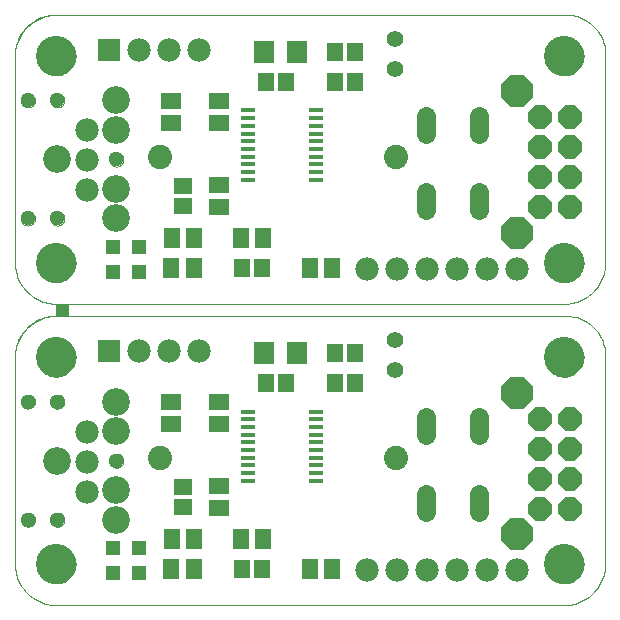
<source format=gts>
G75*
G70*
%OFA0B0*%
%FSLAX24Y24*%
%IPPOS*%
%LPD*%
%AMOC8*
5,1,8,0,0,1.08239X$1,22.5*
%
%ADD10C,0.0000*%
%ADD11R,0.0394X0.0394*%
%ADD12C,0.0000*%
%ADD13C,0.0926*%
%ADD14C,0.0512*%
%ADD15OC8,0.0780*%
%ADD16R,0.0512X0.0512*%
%ADD17R,0.0552X0.0670*%
%ADD18R,0.0552X0.0631*%
%ADD19R,0.0670X0.0749*%
%ADD20C,0.0808*%
%ADD21R,0.0512X0.0158*%
%ADD22C,0.0560*%
%ADD23R,0.0780X0.0780*%
%ADD24C,0.0780*%
%ADD25R,0.0670X0.0552*%
%ADD26C,0.0634*%
%ADD27C,0.1340*%
%ADD28OC8,0.1040*%
%ADD29R,0.0631X0.0552*%
%ADD30C,0.0000*%
%ADD31C,0.0926*%
%ADD32C,0.0512*%
%ADD33OC8,0.0780*%
%ADD34R,0.0512X0.0512*%
%ADD35R,0.0552X0.0670*%
%ADD36R,0.0552X0.0631*%
%ADD37R,0.0670X0.0749*%
%ADD38C,0.0808*%
%ADD39R,0.0512X0.0158*%
%ADD40C,0.0560*%
%ADD41R,0.0780X0.0780*%
%ADD42C,0.0780*%
%ADD43R,0.0670X0.0552*%
%ADD44C,0.0634*%
%ADD45C,0.1340*%
%ADD46OC8,0.1040*%
%ADD47R,0.0631X0.0552*%
D10*
X001475Y001583D02*
X001478Y001583D01*
X018407Y001583D01*
X018410Y001583D01*
X018408Y001583D02*
X018482Y001586D01*
X018556Y001593D01*
X018630Y001604D01*
X018702Y001619D01*
X018774Y001637D01*
X018845Y001660D01*
X018915Y001686D01*
X018983Y001716D01*
X019049Y001749D01*
X019114Y001786D01*
X019176Y001827D01*
X019237Y001870D01*
X019295Y001917D01*
X019350Y001967D01*
X019402Y002019D01*
X019452Y002074D01*
X019499Y002132D01*
X019542Y002193D01*
X019583Y002255D01*
X019620Y002320D01*
X019653Y002386D01*
X019683Y002454D01*
X019709Y002524D01*
X019732Y002595D01*
X019750Y002667D01*
X019765Y002739D01*
X019776Y002813D01*
X019783Y002887D01*
X019786Y002961D01*
X019785Y002961D02*
X019785Y002958D01*
X019785Y002961D02*
X019785Y009812D01*
X019785Y009857D01*
X019785Y009812D02*
X019787Y009884D01*
X019785Y009955D01*
X019780Y010027D01*
X019771Y010098D01*
X019758Y010169D01*
X019741Y010238D01*
X019720Y010307D01*
X019696Y010375D01*
X019669Y010441D01*
X019637Y010505D01*
X019603Y010568D01*
X019565Y010629D01*
X019524Y010688D01*
X019480Y010744D01*
X019432Y010798D01*
X019382Y010849D01*
X019330Y010898D01*
X019275Y010944D01*
X019217Y010987D01*
X019157Y011026D01*
X019095Y011063D01*
X019032Y011096D01*
X018967Y011125D01*
X018900Y011151D01*
X018832Y011174D01*
X018762Y011192D01*
X018692Y011207D01*
X018621Y011219D01*
X018550Y011226D01*
X018479Y011230D01*
X018407Y011229D01*
X001872Y011229D01*
X001872Y011623D01*
X018407Y011623D01*
X018410Y011623D01*
X018407Y011229D02*
X018410Y011229D01*
X018408Y011622D02*
X018482Y011625D01*
X018556Y011632D01*
X018630Y011643D01*
X018702Y011658D01*
X018774Y011676D01*
X018845Y011699D01*
X018915Y011725D01*
X018983Y011755D01*
X019049Y011788D01*
X019114Y011825D01*
X019176Y011866D01*
X019237Y011909D01*
X019295Y011956D01*
X019350Y012006D01*
X019402Y012058D01*
X019452Y012113D01*
X019499Y012171D01*
X019542Y012232D01*
X019583Y012294D01*
X019620Y012359D01*
X019653Y012425D01*
X019683Y012493D01*
X019709Y012563D01*
X019732Y012634D01*
X019750Y012706D01*
X019765Y012778D01*
X019776Y012852D01*
X019783Y012926D01*
X019786Y013000D01*
X019785Y013001D02*
X019785Y012998D01*
X019785Y013001D02*
X019785Y019851D01*
X019785Y019897D01*
X019785Y019851D02*
X019787Y019923D01*
X019785Y019994D01*
X019780Y020066D01*
X019771Y020137D01*
X019758Y020208D01*
X019741Y020277D01*
X019720Y020346D01*
X019696Y020414D01*
X019669Y020480D01*
X019637Y020544D01*
X019603Y020607D01*
X019565Y020668D01*
X019524Y020727D01*
X019480Y020783D01*
X019432Y020837D01*
X019382Y020888D01*
X019330Y020937D01*
X019275Y020983D01*
X019217Y021026D01*
X019157Y021065D01*
X019095Y021102D01*
X019032Y021135D01*
X018967Y021164D01*
X018900Y021190D01*
X018832Y021213D01*
X018762Y021231D01*
X018692Y021246D01*
X018621Y021258D01*
X018550Y021265D01*
X018479Y021269D01*
X018407Y021268D01*
X018410Y021268D01*
X018407Y021268D02*
X001478Y021268D01*
X001475Y021268D01*
X001478Y021269D02*
X001404Y021266D01*
X001330Y021259D01*
X001256Y021248D01*
X001184Y021233D01*
X001112Y021215D01*
X001041Y021192D01*
X000971Y021166D01*
X000903Y021136D01*
X000837Y021103D01*
X000772Y021066D01*
X000710Y021025D01*
X000649Y020982D01*
X000591Y020935D01*
X000536Y020885D01*
X000484Y020833D01*
X000434Y020778D01*
X000387Y020720D01*
X000344Y020659D01*
X000303Y020597D01*
X000266Y020532D01*
X000233Y020466D01*
X000203Y020398D01*
X000177Y020328D01*
X000154Y020257D01*
X000136Y020185D01*
X000121Y020113D01*
X000110Y020039D01*
X000103Y019965D01*
X000100Y019891D01*
X000100Y019890D02*
X000100Y019894D01*
X000100Y019890D02*
X000100Y013040D01*
X000100Y012998D01*
X000100Y013040D02*
X000101Y012967D01*
X000106Y012893D01*
X000114Y012821D01*
X000127Y012749D01*
X000143Y012677D01*
X000162Y012607D01*
X000186Y012537D01*
X000213Y012469D01*
X000244Y012403D01*
X000278Y012338D01*
X000315Y012275D01*
X000356Y012214D01*
X000399Y012156D01*
X000446Y012099D01*
X000496Y012045D01*
X000548Y011994D01*
X000603Y011946D01*
X000660Y011901D01*
X000720Y011858D01*
X000782Y011819D01*
X000846Y011783D01*
X000911Y011751D01*
X000979Y011722D01*
X001047Y011697D01*
X001117Y011675D01*
X001188Y011657D01*
X001260Y011642D01*
X001332Y011632D01*
X001405Y011625D01*
X001478Y011622D01*
X001478Y011623D02*
X001478Y011229D01*
X001475Y011229D01*
X001475Y011623D02*
X001478Y011623D01*
X001478Y011229D02*
X001404Y011226D01*
X001330Y011219D01*
X001256Y011208D01*
X001184Y011193D01*
X001112Y011175D01*
X001041Y011152D01*
X000971Y011126D01*
X000903Y011096D01*
X000837Y011063D01*
X000772Y011026D01*
X000710Y010985D01*
X000649Y010942D01*
X000591Y010895D01*
X000536Y010845D01*
X000484Y010793D01*
X000434Y010738D01*
X000387Y010680D01*
X000344Y010619D01*
X000303Y010557D01*
X000266Y010492D01*
X000233Y010426D01*
X000203Y010358D01*
X000177Y010288D01*
X000154Y010217D01*
X000136Y010145D01*
X000121Y010073D01*
X000110Y009999D01*
X000103Y009925D01*
X000100Y009851D01*
X000100Y009854D01*
X000100Y009851D02*
X000100Y003001D01*
X000100Y002958D01*
X000100Y003001D02*
X000101Y002928D01*
X000106Y002854D01*
X000114Y002782D01*
X000127Y002710D01*
X000143Y002638D01*
X000162Y002568D01*
X000186Y002498D01*
X000213Y002430D01*
X000244Y002364D01*
X000278Y002299D01*
X000315Y002236D01*
X000356Y002175D01*
X000399Y002117D01*
X000446Y002060D01*
X000496Y002006D01*
X000548Y001955D01*
X000603Y001907D01*
X000660Y001862D01*
X000720Y001819D01*
X000782Y001780D01*
X000846Y001744D01*
X000911Y001712D01*
X000979Y001683D01*
X001047Y001658D01*
X001117Y001636D01*
X001188Y001618D01*
X001260Y001603D01*
X001332Y001593D01*
X001405Y001586D01*
X001478Y001583D01*
D11*
X001675Y011426D03*
D12*
X1475Y1583D02*
X1478Y1583D01*
X18407Y1583D01*
X18410Y1583D01*
X17760Y2958D02*
X17762Y3008D01*
X17768Y3058D01*
X17778Y3108D01*
X17791Y3156D01*
X17808Y3204D01*
X17829Y3250D01*
X17853Y3294D01*
X17881Y3336D01*
X17912Y3376D01*
X17946Y3413D01*
X17983Y3448D01*
X18022Y3479D01*
X18063Y3508D01*
X18107Y3533D01*
X18153Y3555D01*
X18200Y3573D01*
X18248Y3587D01*
X18297Y3598D01*
X18347Y3605D01*
X18397Y3608D01*
X18448Y3607D01*
X18498Y3602D01*
X18548Y3593D01*
X18596Y3581D01*
X18644Y3564D01*
X18690Y3544D01*
X18735Y3521D01*
X18778Y3494D01*
X18818Y3464D01*
X18856Y3431D01*
X18891Y3395D01*
X18924Y3356D01*
X18953Y3315D01*
X18979Y3272D01*
X19002Y3227D01*
X19021Y3180D01*
X19036Y3132D01*
X19048Y3083D01*
X19056Y3033D01*
X19060Y2983D01*
X19060Y2933D01*
X19056Y2883D01*
X19048Y2833D01*
X19036Y2784D01*
X19021Y2736D01*
X19002Y2689D01*
X18979Y2644D01*
X18953Y2601D01*
X18924Y2560D01*
X18891Y2521D01*
X18856Y2485D01*
X18818Y2452D01*
X18778Y2422D01*
X18735Y2395D01*
X18690Y2372D01*
X18644Y2352D01*
X18596Y2335D01*
X18548Y2323D01*
X18498Y2314D01*
X18448Y2309D01*
X18397Y2308D01*
X18347Y2311D01*
X18297Y2318D01*
X18248Y2329D01*
X18200Y2343D01*
X18153Y2361D01*
X18107Y2383D01*
X18063Y2408D01*
X18022Y2437D01*
X17983Y2468D01*
X17946Y2503D01*
X17912Y2540D01*
X17881Y2580D01*
X17853Y2622D01*
X17829Y2666D01*
X17808Y2712D01*
X17791Y2760D01*
X17778Y2808D01*
X17768Y2858D01*
X17762Y2908D01*
X17760Y2958D01*
X18407Y1583D02*
X18481Y1586D01*
X18555Y1593D01*
X18629Y1604D01*
X18701Y1619D01*
X18773Y1637D01*
X18844Y1660D01*
X18914Y1686D01*
X18982Y1716D01*
X19048Y1749D01*
X19113Y1786D01*
X19175Y1827D01*
X19236Y1870D01*
X19294Y1917D01*
X19349Y1967D01*
X19401Y2019D01*
X19451Y2074D01*
X19498Y2132D01*
X19541Y2193D01*
X19582Y2255D01*
X19619Y2320D01*
X19652Y2386D01*
X19682Y2454D01*
X19708Y2524D01*
X19731Y2595D01*
X19749Y2667D01*
X19764Y2739D01*
X19775Y2813D01*
X19782Y2887D01*
X19785Y2961D01*
X19785Y2958D01*
X19785Y2961D02*
X19785Y9812D01*
X19785Y9857D01*
X19785Y9812D02*
X19787Y9884D01*
X19785Y9955D01*
X19780Y10027D01*
X19771Y10098D01*
X19758Y10169D01*
X19741Y10238D01*
X19720Y10307D01*
X19696Y10375D01*
X19669Y10441D01*
X19637Y10505D01*
X19603Y10568D01*
X19565Y10629D01*
X19524Y10688D01*
X19480Y10744D01*
X19432Y10798D01*
X19382Y10849D01*
X19330Y10898D01*
X19275Y10944D01*
X19217Y10987D01*
X19157Y11026D01*
X19095Y11063D01*
X19032Y11096D01*
X18967Y11125D01*
X18900Y11151D01*
X18832Y11174D01*
X18762Y11192D01*
X18692Y11207D01*
X18621Y11219D01*
X18550Y11226D01*
X18479Y11230D01*
X18407Y11229D01*
X18410Y11229D01*
X18407Y11229D02*
X1478Y11229D01*
X825Y9854D02*
X827Y9904D01*
X833Y9954D01*
X843Y10004D01*
X856Y10052D01*
X873Y10100D01*
X894Y10146D01*
X918Y10190D01*
X946Y10232D01*
X977Y10272D01*
X1011Y10309D01*
X1048Y10344D01*
X1087Y10375D01*
X1128Y10404D01*
X1172Y10429D01*
X1218Y10451D01*
X1265Y10469D01*
X1313Y10483D01*
X1362Y10494D01*
X1412Y10501D01*
X1462Y10504D01*
X1513Y10503D01*
X1563Y10498D01*
X1613Y10489D01*
X1661Y10477D01*
X1709Y10460D01*
X1755Y10440D01*
X1800Y10417D01*
X1843Y10390D01*
X1883Y10360D01*
X1921Y10327D01*
X1956Y10291D01*
X1989Y10252D01*
X2018Y10211D01*
X2044Y10168D01*
X2067Y10123D01*
X2086Y10076D01*
X2101Y10028D01*
X2113Y9979D01*
X2121Y9929D01*
X2125Y9879D01*
X2125Y9829D01*
X2121Y9779D01*
X2113Y9729D01*
X2101Y9680D01*
X2086Y9632D01*
X2067Y9585D01*
X2044Y9540D01*
X2018Y9497D01*
X1989Y9456D01*
X1956Y9417D01*
X1921Y9381D01*
X1883Y9348D01*
X1843Y9318D01*
X1800Y9291D01*
X1755Y9268D01*
X1709Y9248D01*
X1661Y9231D01*
X1613Y9219D01*
X1563Y9210D01*
X1513Y9205D01*
X1462Y9204D01*
X1412Y9207D01*
X1362Y9214D01*
X1313Y9225D01*
X1265Y9239D01*
X1218Y9257D01*
X1172Y9279D01*
X1128Y9304D01*
X1087Y9333D01*
X1048Y9364D01*
X1011Y9399D01*
X977Y9436D01*
X946Y9476D01*
X918Y9518D01*
X894Y9562D01*
X873Y9608D01*
X856Y9656D01*
X843Y9704D01*
X833Y9754D01*
X827Y9804D01*
X825Y9854D01*
X100Y9851D02*
X102Y9923D01*
X108Y9995D01*
X117Y10067D01*
X130Y10138D01*
X147Y10208D01*
X167Y10277D01*
X192Y10345D01*
X219Y10411D01*
X250Y10477D01*
X285Y10540D01*
X322Y10602D01*
X363Y10661D01*
X407Y10718D01*
X454Y10773D01*
X504Y10825D01*
X556Y10875D01*
X611Y10922D01*
X668Y10966D01*
X727Y11007D01*
X789Y11044D01*
X852Y11079D01*
X918Y11110D01*
X984Y11137D01*
X1052Y11162D01*
X1121Y11182D01*
X1191Y11199D01*
X1262Y11212D01*
X1334Y11221D01*
X1406Y11227D01*
X1478Y11229D01*
X100Y9854D02*
X100Y9851D01*
X100Y3001D01*
X100Y2958D01*
X825Y2958D02*
X827Y3008D01*
X833Y3058D01*
X843Y3108D01*
X856Y3156D01*
X873Y3204D01*
X894Y3250D01*
X918Y3294D01*
X946Y3336D01*
X977Y3376D01*
X1011Y3413D01*
X1048Y3448D01*
X1087Y3479D01*
X1128Y3508D01*
X1172Y3533D01*
X1218Y3555D01*
X1265Y3573D01*
X1313Y3587D01*
X1362Y3598D01*
X1412Y3605D01*
X1462Y3608D01*
X1513Y3607D01*
X1563Y3602D01*
X1613Y3593D01*
X1661Y3581D01*
X1709Y3564D01*
X1755Y3544D01*
X1800Y3521D01*
X1843Y3494D01*
X1883Y3464D01*
X1921Y3431D01*
X1956Y3395D01*
X1989Y3356D01*
X2018Y3315D01*
X2044Y3272D01*
X2067Y3227D01*
X2086Y3180D01*
X2101Y3132D01*
X2113Y3083D01*
X2121Y3033D01*
X2125Y2983D01*
X2125Y2933D01*
X2121Y2883D01*
X2113Y2833D01*
X2101Y2784D01*
X2086Y2736D01*
X2067Y2689D01*
X2044Y2644D01*
X2018Y2601D01*
X1989Y2560D01*
X1956Y2521D01*
X1921Y2485D01*
X1883Y2452D01*
X1843Y2422D01*
X1800Y2395D01*
X1755Y2372D01*
X1709Y2352D01*
X1661Y2335D01*
X1613Y2323D01*
X1563Y2314D01*
X1513Y2309D01*
X1462Y2308D01*
X1412Y2311D01*
X1362Y2318D01*
X1313Y2329D01*
X1265Y2343D01*
X1218Y2361D01*
X1172Y2383D01*
X1128Y2408D01*
X1087Y2437D01*
X1048Y2468D01*
X1011Y2503D01*
X977Y2540D01*
X946Y2580D01*
X918Y2622D01*
X894Y2666D01*
X873Y2712D01*
X856Y2760D01*
X843Y2808D01*
X833Y2858D01*
X827Y2908D01*
X825Y2958D01*
X99Y3001D02*
X100Y2928D01*
X105Y2854D01*
X113Y2782D01*
X126Y2710D01*
X142Y2638D01*
X161Y2568D01*
X185Y2498D01*
X212Y2430D01*
X243Y2364D01*
X277Y2299D01*
X314Y2236D01*
X355Y2175D01*
X398Y2117D01*
X445Y2060D01*
X495Y2006D01*
X547Y1955D01*
X602Y1907D01*
X659Y1862D01*
X719Y1819D01*
X781Y1780D01*
X845Y1744D01*
X910Y1712D01*
X978Y1683D01*
X1046Y1658D01*
X1116Y1636D01*
X1187Y1618D01*
X1259Y1603D01*
X1331Y1593D01*
X1404Y1586D01*
X1477Y1583D01*
X1281Y4434D02*
X1283Y4464D01*
X1289Y4494D01*
X1298Y4523D01*
X1311Y4550D01*
X1328Y4575D01*
X1347Y4598D01*
X1370Y4619D01*
X1395Y4636D01*
X1421Y4650D01*
X1450Y4660D01*
X1479Y4667D01*
X1509Y4670D01*
X1540Y4669D01*
X1570Y4664D01*
X1599Y4655D01*
X1626Y4643D01*
X1652Y4628D01*
X1676Y4609D01*
X1697Y4587D01*
X1715Y4563D01*
X1730Y4536D01*
X1741Y4508D01*
X1749Y4479D01*
X1753Y4449D01*
X1753Y4419D01*
X1749Y4389D01*
X1741Y4360D01*
X1730Y4332D01*
X1715Y4305D01*
X1697Y4281D01*
X1676Y4259D01*
X1652Y4240D01*
X1626Y4225D01*
X1599Y4213D01*
X1570Y4204D01*
X1540Y4199D01*
X1509Y4198D01*
X1479Y4201D01*
X1450Y4208D01*
X1421Y4218D01*
X1395Y4232D01*
X1370Y4249D01*
X1347Y4270D01*
X1328Y4293D01*
X1311Y4318D01*
X1298Y4345D01*
X1289Y4374D01*
X1283Y4404D01*
X1281Y4434D01*
X297Y4434D02*
X299Y4464D01*
X305Y4494D01*
X314Y4523D01*
X327Y4550D01*
X344Y4575D01*
X363Y4598D01*
X386Y4619D01*
X411Y4636D01*
X437Y4650D01*
X466Y4660D01*
X495Y4667D01*
X525Y4670D01*
X556Y4669D01*
X586Y4664D01*
X615Y4655D01*
X642Y4643D01*
X668Y4628D01*
X692Y4609D01*
X713Y4587D01*
X731Y4563D01*
X746Y4536D01*
X757Y4508D01*
X765Y4479D01*
X769Y4449D01*
X769Y4419D01*
X765Y4389D01*
X757Y4360D01*
X746Y4332D01*
X731Y4305D01*
X713Y4281D01*
X692Y4259D01*
X668Y4240D01*
X642Y4225D01*
X615Y4213D01*
X586Y4204D01*
X556Y4199D01*
X525Y4198D01*
X495Y4201D01*
X466Y4208D01*
X437Y4218D01*
X411Y4232D01*
X386Y4249D01*
X363Y4270D01*
X344Y4293D01*
X327Y4318D01*
X314Y4345D01*
X305Y4374D01*
X299Y4404D01*
X297Y4434D01*
X3250Y6402D02*
X3252Y6432D01*
X3258Y6462D01*
X3267Y6491D01*
X3280Y6518D01*
X3297Y6543D01*
X3316Y6566D01*
X3339Y6587D01*
X3364Y6604D01*
X3390Y6618D01*
X3419Y6628D01*
X3448Y6635D01*
X3478Y6638D01*
X3509Y6637D01*
X3539Y6632D01*
X3568Y6623D01*
X3595Y6611D01*
X3621Y6596D01*
X3645Y6577D01*
X3666Y6555D01*
X3684Y6531D01*
X3699Y6504D01*
X3710Y6476D01*
X3718Y6447D01*
X3722Y6417D01*
X3722Y6387D01*
X3718Y6357D01*
X3710Y6328D01*
X3699Y6300D01*
X3684Y6273D01*
X3666Y6249D01*
X3645Y6227D01*
X3621Y6208D01*
X3595Y6193D01*
X3568Y6181D01*
X3539Y6172D01*
X3509Y6167D01*
X3478Y6166D01*
X3448Y6169D01*
X3419Y6176D01*
X3390Y6186D01*
X3364Y6200D01*
X3339Y6217D01*
X3316Y6238D01*
X3297Y6261D01*
X3280Y6286D01*
X3267Y6313D01*
X3258Y6342D01*
X3252Y6372D01*
X3250Y6402D01*
X1281Y8371D02*
X1283Y8401D01*
X1289Y8431D01*
X1298Y8460D01*
X1311Y8487D01*
X1328Y8512D01*
X1347Y8535D01*
X1370Y8556D01*
X1395Y8573D01*
X1421Y8587D01*
X1450Y8597D01*
X1479Y8604D01*
X1509Y8607D01*
X1540Y8606D01*
X1570Y8601D01*
X1599Y8592D01*
X1626Y8580D01*
X1652Y8565D01*
X1676Y8546D01*
X1697Y8524D01*
X1715Y8500D01*
X1730Y8473D01*
X1741Y8445D01*
X1749Y8416D01*
X1753Y8386D01*
X1753Y8356D01*
X1749Y8326D01*
X1741Y8297D01*
X1730Y8269D01*
X1715Y8242D01*
X1697Y8218D01*
X1676Y8196D01*
X1652Y8177D01*
X1626Y8162D01*
X1599Y8150D01*
X1570Y8141D01*
X1540Y8136D01*
X1509Y8135D01*
X1479Y8138D01*
X1450Y8145D01*
X1421Y8155D01*
X1395Y8169D01*
X1370Y8186D01*
X1347Y8207D01*
X1328Y8230D01*
X1311Y8255D01*
X1298Y8282D01*
X1289Y8311D01*
X1283Y8341D01*
X1281Y8371D01*
X297Y8371D02*
X299Y8401D01*
X305Y8431D01*
X314Y8460D01*
X327Y8487D01*
X344Y8512D01*
X363Y8535D01*
X386Y8556D01*
X411Y8573D01*
X437Y8587D01*
X466Y8597D01*
X495Y8604D01*
X525Y8607D01*
X556Y8606D01*
X586Y8601D01*
X615Y8592D01*
X642Y8580D01*
X668Y8565D01*
X692Y8546D01*
X713Y8524D01*
X731Y8500D01*
X746Y8473D01*
X757Y8445D01*
X765Y8416D01*
X769Y8386D01*
X769Y8356D01*
X765Y8326D01*
X757Y8297D01*
X746Y8269D01*
X731Y8242D01*
X713Y8218D01*
X692Y8196D01*
X668Y8177D01*
X642Y8162D01*
X615Y8150D01*
X586Y8141D01*
X556Y8136D01*
X525Y8135D01*
X495Y8138D01*
X466Y8145D01*
X437Y8155D01*
X411Y8169D01*
X386Y8186D01*
X363Y8207D01*
X344Y8230D01*
X327Y8255D01*
X314Y8282D01*
X305Y8311D01*
X299Y8341D01*
X297Y8371D01*
X17757Y9851D02*
X17759Y9901D01*
X17765Y9951D01*
X17775Y10001D01*
X17788Y10049D01*
X17805Y10097D01*
X17826Y10143D01*
X17850Y10187D01*
X17878Y10229D01*
X17909Y10269D01*
X17943Y10306D01*
X17980Y10341D01*
X18019Y10372D01*
X18060Y10401D01*
X18104Y10426D01*
X18150Y10448D01*
X18197Y10466D01*
X18245Y10480D01*
X18294Y10491D01*
X18344Y10498D01*
X18394Y10501D01*
X18445Y10500D01*
X18495Y10495D01*
X18545Y10486D01*
X18593Y10474D01*
X18641Y10457D01*
X18687Y10437D01*
X18732Y10414D01*
X18775Y10387D01*
X18815Y10357D01*
X18853Y10324D01*
X18888Y10288D01*
X18921Y10249D01*
X18950Y10208D01*
X18976Y10165D01*
X18999Y10120D01*
X19018Y10073D01*
X19033Y10025D01*
X19045Y9976D01*
X19053Y9926D01*
X19057Y9876D01*
X19057Y9826D01*
X19053Y9776D01*
X19045Y9726D01*
X19033Y9677D01*
X19018Y9629D01*
X18999Y9582D01*
X18976Y9537D01*
X18950Y9494D01*
X18921Y9453D01*
X18888Y9414D01*
X18853Y9378D01*
X18815Y9345D01*
X18775Y9315D01*
X18732Y9288D01*
X18687Y9265D01*
X18641Y9245D01*
X18593Y9228D01*
X18545Y9216D01*
X18495Y9207D01*
X18445Y9202D01*
X18394Y9201D01*
X18344Y9204D01*
X18294Y9211D01*
X18245Y9222D01*
X18197Y9236D01*
X18150Y9254D01*
X18104Y9276D01*
X18060Y9301D01*
X18019Y9330D01*
X17980Y9361D01*
X17943Y9396D01*
X17909Y9433D01*
X17878Y9473D01*
X17850Y9515D01*
X17826Y9559D01*
X17805Y9605D01*
X17788Y9653D01*
X17775Y9701D01*
X17765Y9751D01*
X17759Y9801D01*
X17757Y9851D01*
D13*
X3486Y8371D03*
X3486Y7386D03*
X1517Y6402D03*
X3486Y5418D03*
X3486Y4434D03*
D14*
X1517Y4434D03*
X533Y4434D03*
X3486Y6402D03*
X1517Y8371D03*
X533Y8371D03*
D15*
X17608Y7801D03*
X18608Y7801D03*
X18608Y6801D03*
X17608Y6801D03*
X17608Y5801D03*
X18608Y5801D03*
X18608Y4801D03*
X17608Y4801D03*
D16*
X4256Y3475D03*
X3371Y3475D03*
X3371Y2648D03*
X4256Y2648D03*
D17*
X5319Y2783D03*
X6067Y2783D03*
X6074Y3783D03*
X5326Y3783D03*
X7626Y3783D03*
X8374Y3783D03*
X9926Y2783D03*
X10674Y2783D03*
D18*
X8334Y2783D03*
X7665Y2783D03*
X8465Y8983D03*
X9134Y8983D03*
X10765Y8983D03*
X11434Y8983D03*
X11434Y9983D03*
X10765Y9983D03*
D19*
X9501Y9991D03*
X8399Y9991D03*
D20*
X4935Y6480D03*
X12809Y6480D03*
D21*
X10141Y6499D03*
X10141Y6244D03*
X10141Y5988D03*
X10141Y5732D03*
X10141Y6755D03*
X10141Y7011D03*
X10141Y7267D03*
X10141Y7523D03*
X10141Y7779D03*
X10141Y8035D03*
X7858Y8035D03*
X7858Y7779D03*
X7858Y7523D03*
X7858Y7267D03*
X7858Y7011D03*
X7858Y6755D03*
X7858Y6499D03*
X7858Y6244D03*
X7858Y5988D03*
X7858Y5732D03*
D22*
X12775Y9415D03*
X12775Y10415D03*
D23*
X3241Y10062D03*
D24*
X4241Y10062D03*
X5241Y10062D03*
X6241Y10062D03*
X2520Y7373D03*
X2520Y6373D03*
X2520Y5373D03*
X11827Y2759D03*
X12827Y2759D03*
X13827Y2759D03*
X14827Y2759D03*
X15827Y2759D03*
X16827Y2759D03*
D25*
X6900Y4809D03*
X6900Y5557D03*
X6900Y7609D03*
X6900Y8357D03*
X5300Y8357D03*
X5300Y7609D03*
D26*
X13814Y7860D02*
X13814Y7266D01*
X15586Y7266D02*
X15586Y7860D01*
X15586Y5301D02*
X15586Y4707D01*
X13814Y4707D02*
X13814Y5301D01*
D27*
X18410Y2958D03*
X18407Y9851D03*
X1475Y9854D03*
X1475Y2958D03*
D28*
X16832Y3946D03*
X16832Y8670D03*
D29*
X5700Y5518D03*
X5700Y4849D03*
D30*
X1475Y11623D02*
X1478Y11623D01*
X18407Y11623D01*
X18410Y11623D01*
X17760Y12998D02*
X17762Y13048D01*
X17768Y13098D01*
X17778Y13148D01*
X17791Y13196D01*
X17808Y13244D01*
X17829Y13290D01*
X17853Y13334D01*
X17881Y13376D01*
X17912Y13416D01*
X17946Y13453D01*
X17983Y13488D01*
X18022Y13519D01*
X18063Y13548D01*
X18107Y13573D01*
X18153Y13595D01*
X18200Y13613D01*
X18248Y13627D01*
X18297Y13638D01*
X18347Y13645D01*
X18397Y13648D01*
X18448Y13647D01*
X18498Y13642D01*
X18548Y13633D01*
X18596Y13621D01*
X18644Y13604D01*
X18690Y13584D01*
X18735Y13561D01*
X18778Y13534D01*
X18818Y13504D01*
X18856Y13471D01*
X18891Y13435D01*
X18924Y13396D01*
X18953Y13355D01*
X18979Y13312D01*
X19002Y13267D01*
X19021Y13220D01*
X19036Y13172D01*
X19048Y13123D01*
X19056Y13073D01*
X19060Y13023D01*
X19060Y12973D01*
X19056Y12923D01*
X19048Y12873D01*
X19036Y12824D01*
X19021Y12776D01*
X19002Y12729D01*
X18979Y12684D01*
X18953Y12641D01*
X18924Y12600D01*
X18891Y12561D01*
X18856Y12525D01*
X18818Y12492D01*
X18778Y12462D01*
X18735Y12435D01*
X18690Y12412D01*
X18644Y12392D01*
X18596Y12375D01*
X18548Y12363D01*
X18498Y12354D01*
X18448Y12349D01*
X18397Y12348D01*
X18347Y12351D01*
X18297Y12358D01*
X18248Y12369D01*
X18200Y12383D01*
X18153Y12401D01*
X18107Y12423D01*
X18063Y12448D01*
X18022Y12477D01*
X17983Y12508D01*
X17946Y12543D01*
X17912Y12580D01*
X17881Y12620D01*
X17853Y12662D01*
X17829Y12706D01*
X17808Y12752D01*
X17791Y12800D01*
X17778Y12848D01*
X17768Y12898D01*
X17762Y12948D01*
X17760Y12998D01*
X18407Y11623D02*
X18481Y11626D01*
X18555Y11633D01*
X18629Y11644D01*
X18701Y11659D01*
X18773Y11677D01*
X18844Y11700D01*
X18914Y11726D01*
X18982Y11756D01*
X19048Y11789D01*
X19113Y11826D01*
X19175Y11867D01*
X19236Y11910D01*
X19294Y11957D01*
X19349Y12007D01*
X19401Y12059D01*
X19451Y12114D01*
X19498Y12172D01*
X19541Y12233D01*
X19582Y12295D01*
X19619Y12360D01*
X19652Y12426D01*
X19682Y12494D01*
X19708Y12564D01*
X19731Y12635D01*
X19749Y12707D01*
X19764Y12779D01*
X19775Y12853D01*
X19782Y12927D01*
X19785Y13001D01*
X19785Y12998D01*
X19785Y13001D02*
X19785Y19852D01*
X19785Y19897D01*
X19785Y19852D02*
X19787Y19924D01*
X19785Y19995D01*
X19780Y20067D01*
X19771Y20138D01*
X19758Y20209D01*
X19741Y20278D01*
X19720Y20347D01*
X19696Y20415D01*
X19669Y20481D01*
X19637Y20545D01*
X19603Y20608D01*
X19565Y20669D01*
X19524Y20728D01*
X19480Y20784D01*
X19432Y20838D01*
X19382Y20889D01*
X19330Y20938D01*
X19275Y20984D01*
X19217Y21027D01*
X19157Y21066D01*
X19095Y21103D01*
X19032Y21136D01*
X18967Y21165D01*
X18900Y21191D01*
X18832Y21214D01*
X18762Y21232D01*
X18692Y21247D01*
X18621Y21259D01*
X18550Y21266D01*
X18479Y21270D01*
X18407Y21269D01*
X18410Y21269D01*
X18407Y21269D02*
X1478Y21269D01*
X825Y19894D02*
X827Y19944D01*
X833Y19994D01*
X843Y20044D01*
X856Y20092D01*
X873Y20140D01*
X894Y20186D01*
X918Y20230D01*
X946Y20272D01*
X977Y20312D01*
X1011Y20349D01*
X1048Y20384D01*
X1087Y20415D01*
X1128Y20444D01*
X1172Y20469D01*
X1218Y20491D01*
X1265Y20509D01*
X1313Y20523D01*
X1362Y20534D01*
X1412Y20541D01*
X1462Y20544D01*
X1513Y20543D01*
X1563Y20538D01*
X1613Y20529D01*
X1661Y20517D01*
X1709Y20500D01*
X1755Y20480D01*
X1800Y20457D01*
X1843Y20430D01*
X1883Y20400D01*
X1921Y20367D01*
X1956Y20331D01*
X1989Y20292D01*
X2018Y20251D01*
X2044Y20208D01*
X2067Y20163D01*
X2086Y20116D01*
X2101Y20068D01*
X2113Y20019D01*
X2121Y19969D01*
X2125Y19919D01*
X2125Y19869D01*
X2121Y19819D01*
X2113Y19769D01*
X2101Y19720D01*
X2086Y19672D01*
X2067Y19625D01*
X2044Y19580D01*
X2018Y19537D01*
X1989Y19496D01*
X1956Y19457D01*
X1921Y19421D01*
X1883Y19388D01*
X1843Y19358D01*
X1800Y19331D01*
X1755Y19308D01*
X1709Y19288D01*
X1661Y19271D01*
X1613Y19259D01*
X1563Y19250D01*
X1513Y19245D01*
X1462Y19244D01*
X1412Y19247D01*
X1362Y19254D01*
X1313Y19265D01*
X1265Y19279D01*
X1218Y19297D01*
X1172Y19319D01*
X1128Y19344D01*
X1087Y19373D01*
X1048Y19404D01*
X1011Y19439D01*
X977Y19476D01*
X946Y19516D01*
X918Y19558D01*
X894Y19602D01*
X873Y19648D01*
X856Y19696D01*
X843Y19744D01*
X833Y19794D01*
X827Y19844D01*
X825Y19894D01*
X100Y19891D02*
X102Y19963D01*
X108Y20035D01*
X117Y20107D01*
X130Y20178D01*
X147Y20248D01*
X167Y20317D01*
X192Y20385D01*
X219Y20451D01*
X250Y20517D01*
X285Y20580D01*
X322Y20642D01*
X363Y20701D01*
X407Y20758D01*
X454Y20813D01*
X504Y20865D01*
X556Y20915D01*
X611Y20962D01*
X668Y21006D01*
X727Y21047D01*
X789Y21084D01*
X852Y21119D01*
X918Y21150D01*
X984Y21177D01*
X1052Y21202D01*
X1121Y21222D01*
X1191Y21239D01*
X1262Y21252D01*
X1334Y21261D01*
X1406Y21267D01*
X1478Y21269D01*
X100Y19894D02*
X100Y19891D01*
X100Y13041D01*
X100Y12998D01*
X825Y12998D02*
X827Y13048D01*
X833Y13098D01*
X843Y13148D01*
X856Y13196D01*
X873Y13244D01*
X894Y13290D01*
X918Y13334D01*
X946Y13376D01*
X977Y13416D01*
X1011Y13453D01*
X1048Y13488D01*
X1087Y13519D01*
X1128Y13548D01*
X1172Y13573D01*
X1218Y13595D01*
X1265Y13613D01*
X1313Y13627D01*
X1362Y13638D01*
X1412Y13645D01*
X1462Y13648D01*
X1513Y13647D01*
X1563Y13642D01*
X1613Y13633D01*
X1661Y13621D01*
X1709Y13604D01*
X1755Y13584D01*
X1800Y13561D01*
X1843Y13534D01*
X1883Y13504D01*
X1921Y13471D01*
X1956Y13435D01*
X1989Y13396D01*
X2018Y13355D01*
X2044Y13312D01*
X2067Y13267D01*
X2086Y13220D01*
X2101Y13172D01*
X2113Y13123D01*
X2121Y13073D01*
X2125Y13023D01*
X2125Y12973D01*
X2121Y12923D01*
X2113Y12873D01*
X2101Y12824D01*
X2086Y12776D01*
X2067Y12729D01*
X2044Y12684D01*
X2018Y12641D01*
X1989Y12600D01*
X1956Y12561D01*
X1921Y12525D01*
X1883Y12492D01*
X1843Y12462D01*
X1800Y12435D01*
X1755Y12412D01*
X1709Y12392D01*
X1661Y12375D01*
X1613Y12363D01*
X1563Y12354D01*
X1513Y12349D01*
X1462Y12348D01*
X1412Y12351D01*
X1362Y12358D01*
X1313Y12369D01*
X1265Y12383D01*
X1218Y12401D01*
X1172Y12423D01*
X1128Y12448D01*
X1087Y12477D01*
X1048Y12508D01*
X1011Y12543D01*
X977Y12580D01*
X946Y12620D01*
X918Y12662D01*
X894Y12706D01*
X873Y12752D01*
X856Y12800D01*
X843Y12848D01*
X833Y12898D01*
X827Y12948D01*
X825Y12998D01*
X99Y13041D02*
X100Y12968D01*
X105Y12894D01*
X113Y12822D01*
X126Y12750D01*
X142Y12678D01*
X161Y12608D01*
X185Y12538D01*
X212Y12470D01*
X243Y12404D01*
X277Y12339D01*
X314Y12276D01*
X355Y12215D01*
X398Y12157D01*
X445Y12100D01*
X495Y12046D01*
X547Y11995D01*
X602Y11947D01*
X659Y11902D01*
X719Y11859D01*
X781Y11820D01*
X845Y11784D01*
X910Y11752D01*
X978Y11723D01*
X1046Y11698D01*
X1116Y11676D01*
X1187Y11658D01*
X1259Y11643D01*
X1331Y11633D01*
X1404Y11626D01*
X1477Y11623D01*
X1281Y14474D02*
X1283Y14504D01*
X1289Y14534D01*
X1298Y14563D01*
X1311Y14590D01*
X1328Y14615D01*
X1347Y14638D01*
X1370Y14659D01*
X1395Y14676D01*
X1421Y14690D01*
X1450Y14700D01*
X1479Y14707D01*
X1509Y14710D01*
X1540Y14709D01*
X1570Y14704D01*
X1599Y14695D01*
X1626Y14683D01*
X1652Y14668D01*
X1676Y14649D01*
X1697Y14627D01*
X1715Y14603D01*
X1730Y14576D01*
X1741Y14548D01*
X1749Y14519D01*
X1753Y14489D01*
X1753Y14459D01*
X1749Y14429D01*
X1741Y14400D01*
X1730Y14372D01*
X1715Y14345D01*
X1697Y14321D01*
X1676Y14299D01*
X1652Y14280D01*
X1626Y14265D01*
X1599Y14253D01*
X1570Y14244D01*
X1540Y14239D01*
X1509Y14238D01*
X1479Y14241D01*
X1450Y14248D01*
X1421Y14258D01*
X1395Y14272D01*
X1370Y14289D01*
X1347Y14310D01*
X1328Y14333D01*
X1311Y14358D01*
X1298Y14385D01*
X1289Y14414D01*
X1283Y14444D01*
X1281Y14474D01*
X297Y14474D02*
X299Y14504D01*
X305Y14534D01*
X314Y14563D01*
X327Y14590D01*
X344Y14615D01*
X363Y14638D01*
X386Y14659D01*
X411Y14676D01*
X437Y14690D01*
X466Y14700D01*
X495Y14707D01*
X525Y14710D01*
X556Y14709D01*
X586Y14704D01*
X615Y14695D01*
X642Y14683D01*
X668Y14668D01*
X692Y14649D01*
X713Y14627D01*
X731Y14603D01*
X746Y14576D01*
X757Y14548D01*
X765Y14519D01*
X769Y14489D01*
X769Y14459D01*
X765Y14429D01*
X757Y14400D01*
X746Y14372D01*
X731Y14345D01*
X713Y14321D01*
X692Y14299D01*
X668Y14280D01*
X642Y14265D01*
X615Y14253D01*
X586Y14244D01*
X556Y14239D01*
X525Y14238D01*
X495Y14241D01*
X466Y14248D01*
X437Y14258D01*
X411Y14272D01*
X386Y14289D01*
X363Y14310D01*
X344Y14333D01*
X327Y14358D01*
X314Y14385D01*
X305Y14414D01*
X299Y14444D01*
X297Y14474D01*
X3250Y16442D02*
X3252Y16472D01*
X3258Y16502D01*
X3267Y16531D01*
X3280Y16558D01*
X3297Y16583D01*
X3316Y16606D01*
X3339Y16627D01*
X3364Y16644D01*
X3390Y16658D01*
X3419Y16668D01*
X3448Y16675D01*
X3478Y16678D01*
X3509Y16677D01*
X3539Y16672D01*
X3568Y16663D01*
X3595Y16651D01*
X3621Y16636D01*
X3645Y16617D01*
X3666Y16595D01*
X3684Y16571D01*
X3699Y16544D01*
X3710Y16516D01*
X3718Y16487D01*
X3722Y16457D01*
X3722Y16427D01*
X3718Y16397D01*
X3710Y16368D01*
X3699Y16340D01*
X3684Y16313D01*
X3666Y16289D01*
X3645Y16267D01*
X3621Y16248D01*
X3595Y16233D01*
X3568Y16221D01*
X3539Y16212D01*
X3509Y16207D01*
X3478Y16206D01*
X3448Y16209D01*
X3419Y16216D01*
X3390Y16226D01*
X3364Y16240D01*
X3339Y16257D01*
X3316Y16278D01*
X3297Y16301D01*
X3280Y16326D01*
X3267Y16353D01*
X3258Y16382D01*
X3252Y16412D01*
X3250Y16442D01*
X1281Y18411D02*
X1283Y18441D01*
X1289Y18471D01*
X1298Y18500D01*
X1311Y18527D01*
X1328Y18552D01*
X1347Y18575D01*
X1370Y18596D01*
X1395Y18613D01*
X1421Y18627D01*
X1450Y18637D01*
X1479Y18644D01*
X1509Y18647D01*
X1540Y18646D01*
X1570Y18641D01*
X1599Y18632D01*
X1626Y18620D01*
X1652Y18605D01*
X1676Y18586D01*
X1697Y18564D01*
X1715Y18540D01*
X1730Y18513D01*
X1741Y18485D01*
X1749Y18456D01*
X1753Y18426D01*
X1753Y18396D01*
X1749Y18366D01*
X1741Y18337D01*
X1730Y18309D01*
X1715Y18282D01*
X1697Y18258D01*
X1676Y18236D01*
X1652Y18217D01*
X1626Y18202D01*
X1599Y18190D01*
X1570Y18181D01*
X1540Y18176D01*
X1509Y18175D01*
X1479Y18178D01*
X1450Y18185D01*
X1421Y18195D01*
X1395Y18209D01*
X1370Y18226D01*
X1347Y18247D01*
X1328Y18270D01*
X1311Y18295D01*
X1298Y18322D01*
X1289Y18351D01*
X1283Y18381D01*
X1281Y18411D01*
X297Y18411D02*
X299Y18441D01*
X305Y18471D01*
X314Y18500D01*
X327Y18527D01*
X344Y18552D01*
X363Y18575D01*
X386Y18596D01*
X411Y18613D01*
X437Y18627D01*
X466Y18637D01*
X495Y18644D01*
X525Y18647D01*
X556Y18646D01*
X586Y18641D01*
X615Y18632D01*
X642Y18620D01*
X668Y18605D01*
X692Y18586D01*
X713Y18564D01*
X731Y18540D01*
X746Y18513D01*
X757Y18485D01*
X765Y18456D01*
X769Y18426D01*
X769Y18396D01*
X765Y18366D01*
X757Y18337D01*
X746Y18309D01*
X731Y18282D01*
X713Y18258D01*
X692Y18236D01*
X668Y18217D01*
X642Y18202D01*
X615Y18190D01*
X586Y18181D01*
X556Y18176D01*
X525Y18175D01*
X495Y18178D01*
X466Y18185D01*
X437Y18195D01*
X411Y18209D01*
X386Y18226D01*
X363Y18247D01*
X344Y18270D01*
X327Y18295D01*
X314Y18322D01*
X305Y18351D01*
X299Y18381D01*
X297Y18411D01*
X17757Y19891D02*
X17759Y19941D01*
X17765Y19991D01*
X17775Y20041D01*
X17788Y20089D01*
X17805Y20137D01*
X17826Y20183D01*
X17850Y20227D01*
X17878Y20269D01*
X17909Y20309D01*
X17943Y20346D01*
X17980Y20381D01*
X18019Y20412D01*
X18060Y20441D01*
X18104Y20466D01*
X18150Y20488D01*
X18197Y20506D01*
X18245Y20520D01*
X18294Y20531D01*
X18344Y20538D01*
X18394Y20541D01*
X18445Y20540D01*
X18495Y20535D01*
X18545Y20526D01*
X18593Y20514D01*
X18641Y20497D01*
X18687Y20477D01*
X18732Y20454D01*
X18775Y20427D01*
X18815Y20397D01*
X18853Y20364D01*
X18888Y20328D01*
X18921Y20289D01*
X18950Y20248D01*
X18976Y20205D01*
X18999Y20160D01*
X19018Y20113D01*
X19033Y20065D01*
X19045Y20016D01*
X19053Y19966D01*
X19057Y19916D01*
X19057Y19866D01*
X19053Y19816D01*
X19045Y19766D01*
X19033Y19717D01*
X19018Y19669D01*
X18999Y19622D01*
X18976Y19577D01*
X18950Y19534D01*
X18921Y19493D01*
X18888Y19454D01*
X18853Y19418D01*
X18815Y19385D01*
X18775Y19355D01*
X18732Y19328D01*
X18687Y19305D01*
X18641Y19285D01*
X18593Y19268D01*
X18545Y19256D01*
X18495Y19247D01*
X18445Y19242D01*
X18394Y19241D01*
X18344Y19244D01*
X18294Y19251D01*
X18245Y19262D01*
X18197Y19276D01*
X18150Y19294D01*
X18104Y19316D01*
X18060Y19341D01*
X18019Y19370D01*
X17980Y19401D01*
X17943Y19436D01*
X17909Y19473D01*
X17878Y19513D01*
X17850Y19555D01*
X17826Y19599D01*
X17805Y19645D01*
X17788Y19693D01*
X17775Y19741D01*
X17765Y19791D01*
X17759Y19841D01*
X17757Y19891D01*
D31*
X3486Y18411D03*
X3486Y17426D03*
X1517Y16442D03*
X3486Y15458D03*
X3486Y14474D03*
D32*
X1517Y14474D03*
X533Y14474D03*
X3486Y16442D03*
X1517Y18411D03*
X533Y18411D03*
D33*
X17608Y17841D03*
X18608Y17841D03*
X18608Y16841D03*
X17608Y16841D03*
X17608Y15841D03*
X18608Y15841D03*
X18608Y14841D03*
X17608Y14841D03*
D34*
X4256Y13515D03*
X3371Y13515D03*
X3371Y12688D03*
X4256Y12688D03*
D35*
X5319Y12823D03*
X6067Y12823D03*
X6074Y13823D03*
X5326Y13823D03*
X7626Y13823D03*
X8374Y13823D03*
X9926Y12823D03*
X10674Y12823D03*
D36*
X8334Y12823D03*
X7665Y12823D03*
X8465Y19023D03*
X9134Y19023D03*
X10765Y19023D03*
X11434Y19023D03*
X11434Y20023D03*
X10765Y20023D03*
D37*
X9501Y20031D03*
X8399Y20031D03*
D38*
X4935Y16520D03*
X12809Y16520D03*
D39*
X10141Y16539D03*
X10141Y16284D03*
X10141Y16028D03*
X10141Y15772D03*
X10141Y16795D03*
X10141Y17051D03*
X10141Y17307D03*
X10141Y17563D03*
X10141Y17819D03*
X10141Y18075D03*
X7858Y18075D03*
X7858Y17819D03*
X7858Y17563D03*
X7858Y17307D03*
X7858Y17051D03*
X7858Y16795D03*
X7858Y16539D03*
X7858Y16284D03*
X7858Y16028D03*
X7858Y15772D03*
D40*
X12775Y19455D03*
X12775Y20455D03*
D41*
X3241Y20102D03*
D42*
X4241Y20102D03*
X5241Y20102D03*
X6241Y20102D03*
X2520Y17413D03*
X2520Y16413D03*
X2520Y15413D03*
X11827Y12799D03*
X12827Y12799D03*
X13827Y12799D03*
X14827Y12799D03*
X15827Y12799D03*
X16827Y12799D03*
D43*
X6900Y14849D03*
X6900Y15597D03*
X6900Y17649D03*
X6900Y18397D03*
X5300Y18397D03*
X5300Y17649D03*
D44*
X13814Y17900D02*
X13814Y17306D01*
X15586Y17306D02*
X15586Y17900D01*
X15586Y15341D02*
X15586Y14747D01*
X13814Y14747D02*
X13814Y15341D01*
D45*
X18410Y12998D03*
X18407Y19891D03*
X1475Y19894D03*
X1475Y12998D03*
D46*
X16832Y13986D03*
X16832Y18710D03*
D47*
X5700Y15558D03*
X5700Y14889D03*
M02*

</source>
